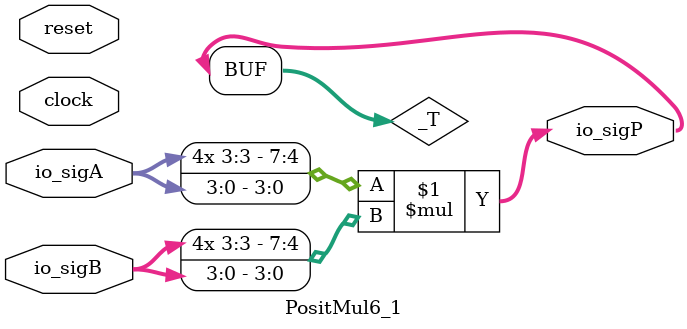
<source format=v>
module PositMul6_1(
  input        clock,
  input        reset,
  input  [3:0] io_sigA,
  input  [3:0] io_sigB,
  output [7:0] io_sigP
);
  wire [7:0] _T; // @[PositMul.scala 17:26]
  assign _T = $signed(io_sigA) * $signed(io_sigB); // @[PositMul.scala 17:26]
  assign io_sigP = $unsigned(_T); // @[PositMul.scala 17:13]
endmodule

</source>
